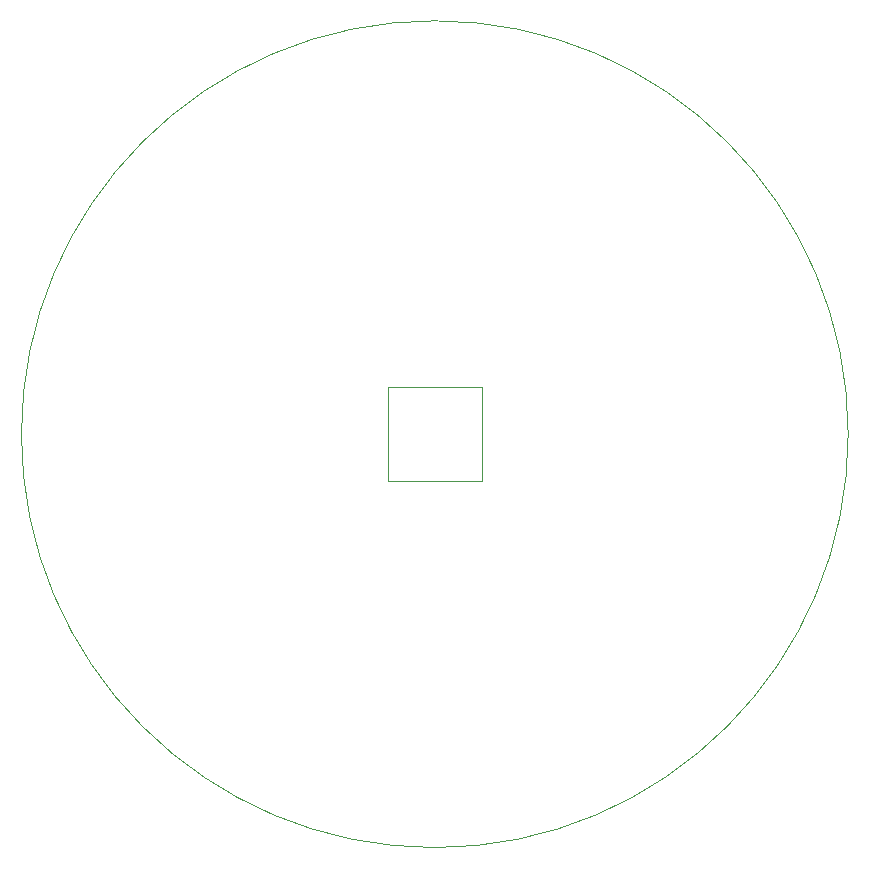
<source format=gbr>
G04 #@! TF.GenerationSoftware,KiCad,Pcbnew,5.1.5+dfsg1-2build2*
G04 #@! TF.CreationDate,2021-12-19T10:21:25+01:00*
G04 #@! TF.ProjectId,Drehko_large_Rotor,44726568-6b6f-45f6-9c61-7267655f526f,1.0*
G04 #@! TF.SameCoordinates,Original*
G04 #@! TF.FileFunction,Profile,NP*
%FSLAX46Y46*%
G04 Gerber Fmt 4.6, Leading zero omitted, Abs format (unit mm)*
G04 Created by KiCad (PCBNEW 5.1.5+dfsg1-2build2) date 2021-12-19 10:21:25*
%MOMM*%
%LPD*%
G04 APERTURE LIST*
%ADD10C,0.120000*%
G04 APERTURE END LIST*
D10*
X146000000Y-96000000D02*
X154000000Y-96000000D01*
X146000000Y-104000000D02*
X146000000Y-96000000D01*
X154000000Y-104000000D02*
X146000000Y-104000000D01*
X154000000Y-96000000D02*
X154000000Y-104000000D01*
X185000000Y-100000000D02*
G75*
G03X185000000Y-100000000I-35000000J0D01*
G01*
M02*

</source>
